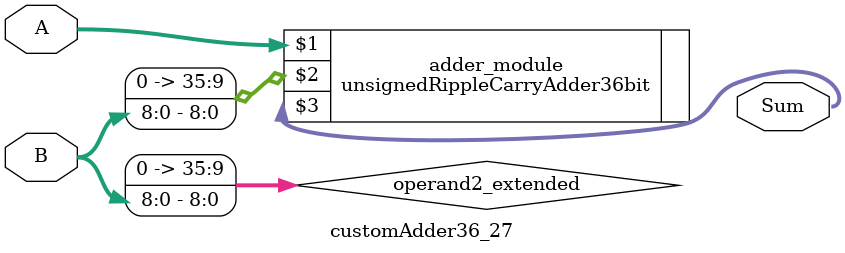
<source format=v>
module customAdder36_27(
                        input [35 : 0] A,
                        input [8 : 0] B,
                        
                        output [36 : 0] Sum
                );

        wire [35 : 0] operand2_extended;
        
        assign operand2_extended =  {27'b0, B};
        
        unsignedRippleCarryAdder36bit adder_module(
            A,
            operand2_extended,
            Sum
        );
        
        endmodule
        
</source>
